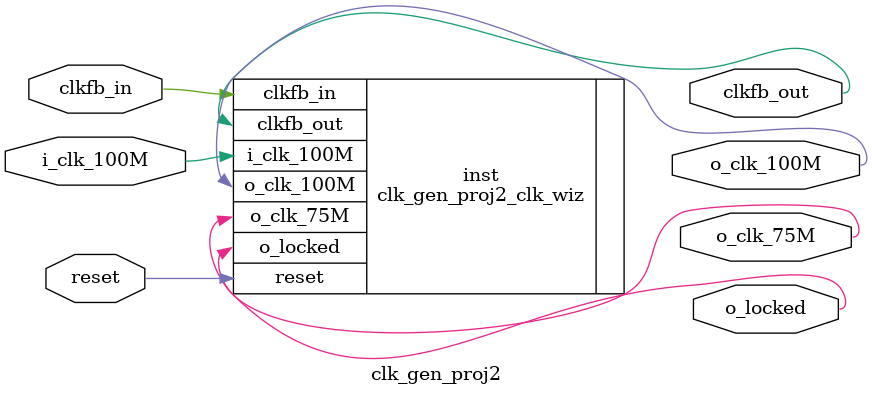
<source format=v>


`timescale 1ps/1ps

(* CORE_GENERATION_INFO = "clk_gen_proj2,clk_wiz_v6_0_4_0_0,{component_name=clk_gen_proj2,use_phase_alignment=true,use_min_o_jitter=false,use_max_i_jitter=false,use_dyn_phase_shift=false,use_inclk_switchover=false,use_dyn_reconfig=false,enable_axi=0,feedback_source=FDBK_ONCHIP,PRIMITIVE=PLL,num_out_clk=2,clkin1_period=10.000,clkin2_period=10.000,use_power_down=false,use_reset=true,use_locked=true,use_inclk_stopped=false,feedback_type=SINGLE,CLOCK_MGR_TYPE=NA,manual_override=false}" *)

module clk_gen_proj2 
 (
  input         clkfb_in,
  // Clock out ports
  output        o_clk_100M,
  output        o_clk_75M,
  output        clkfb_out,
  // Status and control signals
  input         reset,
  output        o_locked,
 // Clock in ports
  input         i_clk_100M
 );

  clk_gen_proj2_clk_wiz inst
  (
  .clkfb_in(clkfb_in),
  // Clock out ports  
  .o_clk_100M(o_clk_100M),
  .o_clk_75M(o_clk_75M),
  .clkfb_out(clkfb_out),
  // Status and control signals               
  .reset(reset), 
  .o_locked(o_locked),
 // Clock in ports
  .i_clk_100M(i_clk_100M)
  );

endmodule

</source>
